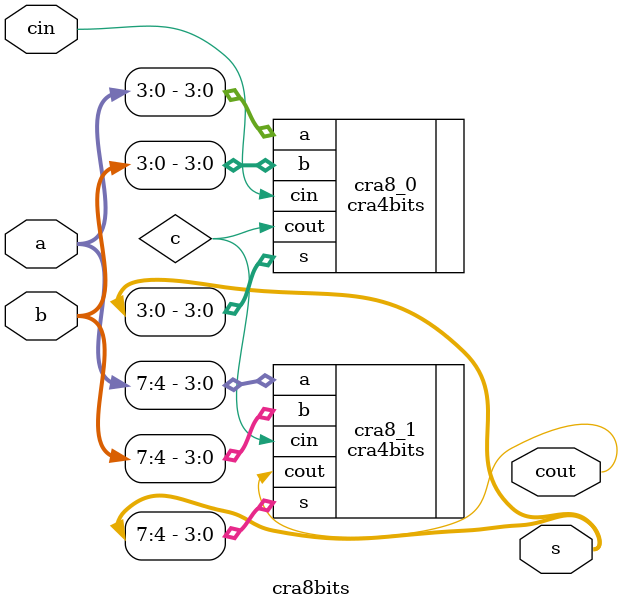
<source format=v>


// Unless required by applicable law or agreed to in writing, software
// distributed under the License is distributed on an "AS IS" BASIS,
// WITHOUT WARRANTIES OR CONDITIONS OF ANY KIND, either express or implied.
// See the License for the specific language governing permissions and
// limitations under the License.
//
//-----------------------------------------------------
// Design Name : cra8bits
// File Name   : cra8bits.v
// Function    : Carry Ripple Adder to 8 bits 
// Coder       : Jucemar Monteiro
//-----------------------------------------------------

module cra8bits (cin,a,b,s,cout);
	parameter n = 8;
	parameter m = 4;
	input  cin;	
	input  [n-1:0] a;
	input  [n-1:0] b;
	output  [n-1:0] s;
	output  cout;
	
	wire c;

	cra4bits cra8_0 (.cin(cin),.a(a[m-1:0]),.b(b[m-1:0]),.s(s[m-1:0]),.cout(c));
	cra4bits cra8_1 (.cin(c),.a(a[n-1:m]),.b(b[n-1:m]),.s(s[n-1:m]),.cout(cout));
endmodule

</source>
